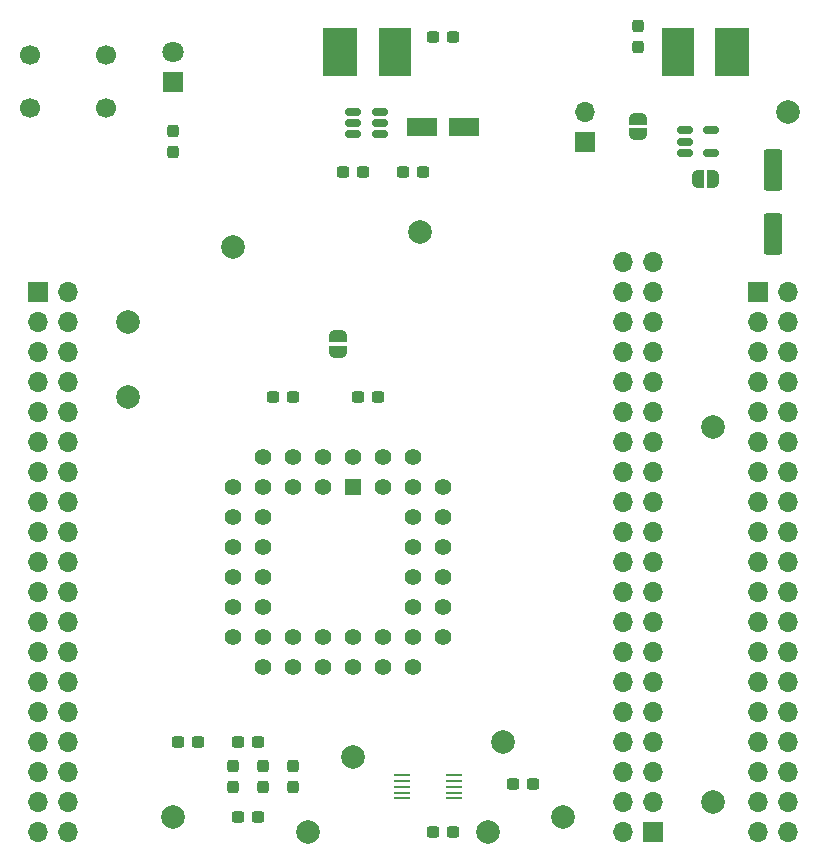
<source format=gts>
%TF.GenerationSoftware,KiCad,Pcbnew,6.0.2+dfsg-1*%
%TF.CreationDate,2023-01-11T22:24:02+09:00*%
%TF.ProjectId,Akashi-11,416b6173-6869-42d3-9131-2e6b69636164,rev?*%
%TF.SameCoordinates,Original*%
%TF.FileFunction,Soldermask,Top*%
%TF.FilePolarity,Negative*%
%FSLAX46Y46*%
G04 Gerber Fmt 4.6, Leading zero omitted, Abs format (unit mm)*
G04 Created by KiCad (PCBNEW 6.0.2+dfsg-1) date 2023-01-11 22:24:02*
%MOMM*%
%LPD*%
G01*
G04 APERTURE LIST*
G04 Aperture macros list*
%AMRoundRect*
0 Rectangle with rounded corners*
0 $1 Rounding radius*
0 $2 $3 $4 $5 $6 $7 $8 $9 X,Y pos of 4 corners*
0 Add a 4 corners polygon primitive as box body*
4,1,4,$2,$3,$4,$5,$6,$7,$8,$9,$2,$3,0*
0 Add four circle primitives for the rounded corners*
1,1,$1+$1,$2,$3*
1,1,$1+$1,$4,$5*
1,1,$1+$1,$6,$7*
1,1,$1+$1,$8,$9*
0 Add four rect primitives between the rounded corners*
20,1,$1+$1,$2,$3,$4,$5,0*
20,1,$1+$1,$4,$5,$6,$7,0*
20,1,$1+$1,$6,$7,$8,$9,0*
20,1,$1+$1,$8,$9,$2,$3,0*%
%AMFreePoly0*
4,1,22,0.500000,-0.750000,0.000000,-0.750000,0.000000,-0.745033,-0.079941,-0.743568,-0.215256,-0.701293,-0.333266,-0.622738,-0.424486,-0.514219,-0.481581,-0.384460,-0.499164,-0.250000,-0.500000,-0.250000,-0.500000,0.250000,-0.499164,0.250000,-0.499963,0.256109,-0.478152,0.396186,-0.417904,0.524511,-0.324060,0.630769,-0.204165,0.706417,-0.067858,0.745374,0.000000,0.744959,0.000000,0.750000,
0.500000,0.750000,0.500000,-0.750000,0.500000,-0.750000,$1*%
%AMFreePoly1*
4,1,20,0.000000,0.744959,0.073905,0.744508,0.209726,0.703889,0.328688,0.626782,0.421226,0.519385,0.479903,0.390333,0.500000,0.250000,0.500000,-0.250000,0.499851,-0.262216,0.476331,-0.402017,0.414519,-0.529596,0.319384,-0.634700,0.198574,-0.708877,0.061801,-0.746166,0.000000,-0.745033,0.000000,-0.750000,-0.500000,-0.750000,-0.500000,0.750000,0.000000,0.750000,0.000000,0.744959,
0.000000,0.744959,$1*%
G04 Aperture macros list end*
%ADD10RoundRect,0.237500X0.300000X0.237500X-0.300000X0.237500X-0.300000X-0.237500X0.300000X-0.237500X0*%
%ADD11RoundRect,0.237500X-0.237500X0.300000X-0.237500X-0.300000X0.237500X-0.300000X0.237500X0.300000X0*%
%ADD12C,2.000000*%
%ADD13RoundRect,0.237500X-0.300000X-0.237500X0.300000X-0.237500X0.300000X0.237500X-0.300000X0.237500X0*%
%ADD14RoundRect,0.150000X-0.512500X-0.150000X0.512500X-0.150000X0.512500X0.150000X-0.512500X0.150000X0*%
%ADD15R,2.698300X4.089400*%
%ADD16R,2.898300X4.089400*%
%ADD17RoundRect,0.250000X-0.550000X1.500000X-0.550000X-1.500000X0.550000X-1.500000X0.550000X1.500000X0*%
%ADD18FreePoly0,180.000000*%
%ADD19FreePoly1,180.000000*%
%ADD20R,1.700000X1.700000*%
%ADD21O,1.700000X1.700000*%
%ADD22RoundRect,0.237500X0.237500X-0.300000X0.237500X0.300000X-0.237500X0.300000X-0.237500X-0.300000X0*%
%ADD23R,1.800000X1.800000*%
%ADD24C,1.800000*%
%ADD25R,1.422400X0.279400*%
%ADD26RoundRect,0.250000X-1.050000X-0.550000X1.050000X-0.550000X1.050000X0.550000X-1.050000X0.550000X0*%
%ADD27FreePoly0,90.000000*%
%ADD28FreePoly1,90.000000*%
%ADD29R,1.422400X1.422400*%
%ADD30C,1.422400*%
%ADD31C,1.700000*%
%ADD32FreePoly0,270.000000*%
%ADD33FreePoly1,270.000000*%
G04 APERTURE END LIST*
D10*
%TO.C,C5*%
X140970000Y-69850000D03*
X139245000Y-69850000D03*
%TD*%
D11*
%TO.C,R1*%
X130810000Y-47397500D03*
X130810000Y-49122500D03*
%TD*%
D10*
%TO.C,R3*%
X146912500Y-50800000D03*
X145187500Y-50800000D03*
%TD*%
D12*
%TO.C,TP10*%
X158750000Y-99060000D03*
%TD*%
D13*
%TO.C,C7*%
X152807500Y-39370000D03*
X154532500Y-39370000D03*
%TD*%
D10*
%TO.C,R4*%
X161290000Y-102610000D03*
X159565000Y-102610000D03*
%TD*%
D12*
%TO.C,TP2*%
X130810000Y-105410000D03*
%TD*%
D14*
%TO.C,U4*%
X146050000Y-45720000D03*
X146050000Y-46670000D03*
X146050000Y-47620000D03*
X148325000Y-47620000D03*
X148325000Y-46670000D03*
X148325000Y-45720000D03*
%TD*%
D12*
%TO.C,TP9*%
X127000000Y-63500000D03*
%TD*%
D14*
%TO.C,U3*%
X174122500Y-47310000D03*
X174122500Y-48260000D03*
X174122500Y-49210000D03*
X176397500Y-49210000D03*
X176397500Y-47310000D03*
%TD*%
D15*
%TO.C,L2*%
X149570850Y-40640000D03*
D16*
X144969150Y-40640000D03*
%TD*%
D12*
%TO.C,TP13*%
X146050000Y-100330000D03*
%TD*%
%TO.C,TP12*%
X157480000Y-106680000D03*
%TD*%
%TO.C,TP7*%
X151765000Y-55880000D03*
%TD*%
D13*
%TO.C,C2*%
X136297500Y-99060000D03*
X138022500Y-99060000D03*
%TD*%
D17*
%TO.C,C6*%
X181610000Y-50704900D03*
X181610000Y-56104900D03*
%TD*%
D18*
%TO.C,JP1*%
X176545000Y-51435000D03*
D19*
X175245000Y-51435000D03*
%TD*%
D20*
%TO.C,J1*%
X171455000Y-106675000D03*
D21*
X168915000Y-106675000D03*
X171455000Y-104135000D03*
X168915000Y-104135000D03*
X171455000Y-101595000D03*
X168915000Y-101595000D03*
X171455000Y-99055000D03*
X168915000Y-99055000D03*
X171455000Y-96515000D03*
X168915000Y-96515000D03*
X171455000Y-93975000D03*
X168915000Y-93975000D03*
X171455000Y-91435000D03*
X168915000Y-91435000D03*
X171455000Y-88895000D03*
X168915000Y-88895000D03*
X171455000Y-86355000D03*
X168915000Y-86355000D03*
X171455000Y-83815000D03*
X168915000Y-83815000D03*
X171455000Y-81275000D03*
X168915000Y-81275000D03*
X171455000Y-78735000D03*
X168915000Y-78735000D03*
X171455000Y-76195000D03*
X168915000Y-76195000D03*
X171455000Y-73655000D03*
X168915000Y-73655000D03*
X171455000Y-71115000D03*
X168915000Y-71115000D03*
X171455000Y-68575000D03*
X168915000Y-68575000D03*
X171455000Y-66035000D03*
X168915000Y-66035000D03*
X171455000Y-63495000D03*
X168915000Y-63495000D03*
X171455000Y-60955000D03*
X168915000Y-60955000D03*
X171455000Y-58415000D03*
X168915000Y-58415000D03*
%TD*%
D11*
%TO.C,R5*%
X140970000Y-101145000D03*
X140970000Y-102870000D03*
%TD*%
%TO.C,C4*%
X138430000Y-101145000D03*
X138430000Y-102870000D03*
%TD*%
D22*
%TO.C,C1*%
X170180000Y-40232500D03*
X170180000Y-38507500D03*
%TD*%
D13*
%TO.C,D2*%
X136297500Y-105410000D03*
X138022500Y-105410000D03*
%TD*%
D10*
%TO.C,R2*%
X151992500Y-50800000D03*
X150267500Y-50800000D03*
%TD*%
D23*
%TO.C,D3*%
X130810000Y-43180000D03*
D24*
X130810000Y-40640000D03*
%TD*%
D13*
%TO.C,C8*%
X146457500Y-69850000D03*
X148182500Y-69850000D03*
%TD*%
%TO.C,R6*%
X152807500Y-106680000D03*
X154532500Y-106680000D03*
%TD*%
D25*
%TO.C,U2*%
X154571700Y-103870001D03*
X154571700Y-103369999D03*
X154571700Y-102870000D03*
X154571700Y-102370001D03*
X154571700Y-101869999D03*
X150228300Y-101869999D03*
X150228300Y-102370001D03*
X150228300Y-102870000D03*
X150228300Y-103369999D03*
X150228300Y-103870001D03*
%TD*%
D12*
%TO.C,TP4*%
X135890000Y-57150000D03*
%TD*%
%TO.C,TP5*%
X176530000Y-104140000D03*
%TD*%
D20*
%TO.C,JP3*%
X165735000Y-48260000D03*
D21*
X165735000Y-45720000D03*
%TD*%
D26*
%TO.C,C9*%
X151870000Y-46990000D03*
X155470000Y-46990000D03*
%TD*%
D22*
%TO.C,D1*%
X135890000Y-102870000D03*
X135890000Y-101145000D03*
%TD*%
D12*
%TO.C,TP3*%
X182880000Y-45720000D03*
%TD*%
D15*
%TO.C,L1*%
X173567950Y-40640000D03*
D16*
X178169650Y-40640000D03*
%TD*%
D10*
%TO.C,C3*%
X132942500Y-99060000D03*
X131217500Y-99060000D03*
%TD*%
D12*
%TO.C,TP6*%
X176530000Y-72390000D03*
%TD*%
D27*
%TO.C,JP4*%
X170180000Y-47625000D03*
D28*
X170180000Y-46325000D03*
%TD*%
D29*
%TO.C,U1*%
X146050000Y-77470000D03*
D30*
X143510000Y-74930000D03*
X143510000Y-77470000D03*
X140970000Y-74930000D03*
X140970000Y-77470000D03*
X138430000Y-74930000D03*
X135890000Y-77470000D03*
X138430000Y-77470000D03*
X135890000Y-80010000D03*
X138430000Y-80010000D03*
X135890000Y-82550000D03*
X138430000Y-82550000D03*
X135890000Y-85090000D03*
X138430000Y-85090000D03*
X135890000Y-87630000D03*
X138430000Y-87630000D03*
X135890000Y-90170000D03*
X138430000Y-92710000D03*
X138430000Y-90170000D03*
X140970000Y-92710000D03*
X140970000Y-90170000D03*
X143510000Y-92710000D03*
X143510000Y-90170000D03*
X146050000Y-92710000D03*
X146050000Y-90170000D03*
X148590000Y-92710000D03*
X148590000Y-90170000D03*
X151130000Y-92710000D03*
X153670000Y-90170000D03*
X151130000Y-90170000D03*
X153670000Y-87630000D03*
X151130000Y-87630000D03*
X153670000Y-85090000D03*
X151130000Y-85090000D03*
X153670000Y-82550000D03*
X151130000Y-82550000D03*
X153670000Y-80010000D03*
X151130000Y-80010000D03*
X153670000Y-77470000D03*
X151130000Y-74930000D03*
X151130000Y-77470000D03*
X148590000Y-74930000D03*
X148590000Y-77470000D03*
X146050000Y-74930000D03*
%TD*%
D12*
%TO.C,TP11*%
X163830000Y-105410000D03*
%TD*%
%TO.C,TP8*%
X127000000Y-69850000D03*
%TD*%
D31*
%TO.C,SW1*%
X118670000Y-40930000D03*
X125170000Y-40930000D03*
X118670000Y-45430000D03*
X125170000Y-45430000D03*
%TD*%
D12*
%TO.C,TP1*%
X142240000Y-106680000D03*
%TD*%
D32*
%TO.C,JP2*%
X144780000Y-64755000D03*
D33*
X144780000Y-66055011D03*
%TD*%
D20*
%TO.C,CN10*%
X180340000Y-60960000D03*
D21*
X182880000Y-60960000D03*
X180340000Y-63500000D03*
X182880000Y-63500000D03*
X180340000Y-66040000D03*
X182880000Y-66040000D03*
X180340000Y-68580000D03*
X182880000Y-68580000D03*
X180340000Y-71120000D03*
X182880000Y-71120000D03*
X180340000Y-73660000D03*
X182880000Y-73660000D03*
X180340000Y-76200000D03*
X182880000Y-76200000D03*
X180340000Y-78740000D03*
X182880000Y-78740000D03*
X180340000Y-81280000D03*
X182880000Y-81280000D03*
X180340000Y-83820000D03*
X182880000Y-83820000D03*
X180340000Y-86360000D03*
X182880000Y-86360000D03*
X180340000Y-88900000D03*
X182880000Y-88900000D03*
X180340000Y-91440000D03*
X182880000Y-91440000D03*
X180340000Y-93980000D03*
X182880000Y-93980000D03*
X180340000Y-96520000D03*
X182880000Y-96520000D03*
X180340000Y-99060000D03*
X182880000Y-99060000D03*
X180340000Y-101600000D03*
X182880000Y-101600000D03*
X180340000Y-104140000D03*
X182880000Y-104140000D03*
X180340000Y-106680000D03*
X182880000Y-106680000D03*
%TD*%
D20*
%TO.C,CN7*%
X119380000Y-60960000D03*
D21*
X121920000Y-60960000D03*
X119380000Y-63500000D03*
X121920000Y-63500000D03*
X119380000Y-66040000D03*
X121920000Y-66040000D03*
X119380000Y-68580000D03*
X121920000Y-68580000D03*
X119380000Y-71120000D03*
X121920000Y-71120000D03*
X119380000Y-73660000D03*
X121920000Y-73660000D03*
X119380000Y-76200000D03*
X121920000Y-76200000D03*
X119380000Y-78740000D03*
X121920000Y-78740000D03*
X119380000Y-81280000D03*
X121920000Y-81280000D03*
X119380000Y-83820000D03*
X121920000Y-83820000D03*
X119380000Y-86360000D03*
X121920000Y-86360000D03*
X119380000Y-88900000D03*
X121920000Y-88900000D03*
X119380000Y-91440000D03*
X121920000Y-91440000D03*
X119380000Y-93980000D03*
X121920000Y-93980000D03*
X119380000Y-96520000D03*
X121920000Y-96520000D03*
X119380000Y-99060000D03*
X121920000Y-99060000D03*
X119380000Y-101600000D03*
X121920000Y-101600000D03*
X119380000Y-104140000D03*
X121920000Y-104140000D03*
X119380000Y-106680000D03*
X121920000Y-106680000D03*
%TD*%
M02*

</source>
